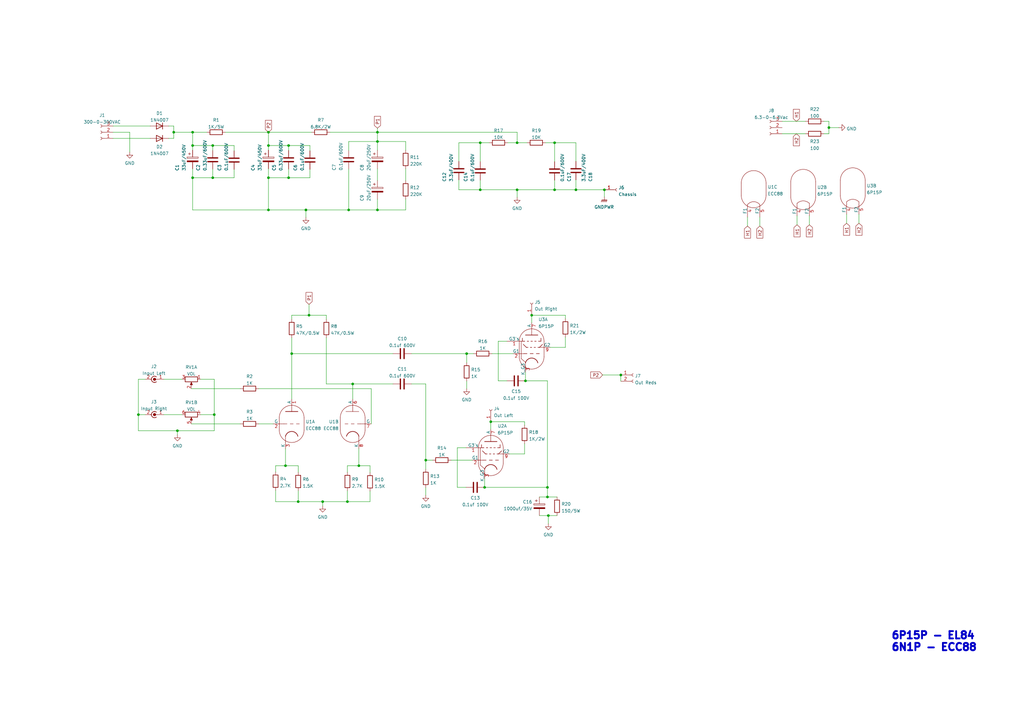
<source format=kicad_sch>
(kicad_sch (version 20211123) (generator eeschema)
  (paper "A3")
  (lib_symbols
    (symbol "6P15P_1" (pin_names (offset 0))
      (property "Reference" "U" (at 2.54 10.16 0))
      (property "Value" "6P15P_1" (at 7.62 -7.62 0))
      (symbol "6P15P_1_1_1"
        (pin input line (at -10.16 3.81 0) (length 6) (name "G3's") (number "1"))
        (pin input line (at -7.62 -1.27 0) (length 2.54) (name "G1") (number "2"))
        (pin bidirectional line (at -2.54 -8.89 90) (length 2.54) (name "K_G3") (number "3"))
        (pin output line (at 0 11.43 270) (length 2.54) (name "A") (number "7"))
        (pin input line (at 7.62 1.27 180) (length 2.54) (name "G2") (number "9"))
      )
      (symbol "6P15P_1_2_1"
        (pin power_in line (at -2.54 -10.16 90) (length 3.81) (name "F1") (number "4"))
        (pin power_in line (at 2.54 -10.16 90) (length 3.81) (name "F2") (number "5"))
      )
    )
    (symbol "6P15P_2" (pin_names (offset 0))
      (property "Reference" "U" (at 2.54 10.16 0))
      (property "Value" "6P15P_2" (at 7.62 -7.62 0))
      (symbol "6P15P_2_1_1"
        (pin input line (at -10.16 3.81 0) (length 6) (name "G3's") (number "1"))
        (pin input line (at -7.62 -1.27 0) (length 2.54) (name "G1") (number "2"))
        (pin bidirectional line (at -2.54 -8.89 90) (length 2.54) (name "K_G3") (number "3"))
        (pin output line (at 0 11.43 270) (length 2.54) (name "A") (number "7"))
        (pin input line (at 7.62 1.27 180) (length 2.54) (name "G2") (number "9"))
      )
      (symbol "6P15P_2_2_1"
        (pin power_in line (at -2.54 -10.16 90) (length 3.81) (name "F1") (number "4"))
        (pin power_in line (at 2.54 -10.16 90) (length 3.81) (name "F2") (number "5"))
      )
    )
    (symbol "6P15P_3" (pin_names (offset 0))
      (property "Reference" "U" (at 2.54 10.16 0))
      (property "Value" "6P15P_3" (at 7.62 -7.62 0))
      (symbol "6P15P_3_1_1"
        (pin input line (at -10.16 3.81 0) (length 6) (name "G3's") (number "1"))
        (pin input line (at -7.62 -1.27 0) (length 2.54) (name "G1") (number "2"))
        (pin bidirectional line (at -2.54 -8.89 90) (length 2.54) (name "K_G3") (number "3"))
        (pin output line (at 0 11.43 270) (length 2.54) (name "A") (number "7"))
        (pin input line (at 7.62 1.27 180) (length 2.54) (name "G2") (number "9"))
      )
      (symbol "6P15P_3_2_1"
        (pin power_in line (at -2.54 -10.16 90) (length 3.81) (name "F1") (number "4"))
        (pin power_in line (at 2.54 -10.16 90) (length 3.81) (name "F2") (number "5"))
      )
    )
    (symbol "Connector:Conn_01x01_Female" (pin_names (offset 1.016) hide)
      (property "Reference" "J" (at 0 2.54 0))
      (property "Value" "Conn_01x01_Female" (at 0 -2.54 0))
      (symbol "Conn_01x01_Female_1_1"
        (pin passive line (at -5.08 0 0) (length 3.81) (name "Pin_1") (number "1"))
      )
    )
    (symbol "Connector:Conn_01x02_Female" (pin_names (offset 1.016) hide)
      (property "Reference" "J" (at 0 2.54 0))
      (property "Value" "Conn_01x02_Female" (at 0 -5.08 0))
      (symbol "Conn_01x02_Female_1_1"
        (pin passive line (at -5.08 0 0) (length 3.81) (name "Pin_1") (number "1"))
        (pin passive line (at -5.08 -2.54 0) (length 3.81) (name "Pin_2") (number "2"))
      )
    )
    (symbol "Connector:Conn_01x03_Female" (pin_names (offset 1.016) hide)
      (property "Reference" "J" (at 0 5.08 0))
      (property "Value" "Conn_01x03_Female" (at 0 -5.08 0))
      (symbol "Conn_01x03_Female_1_1"
        (pin passive line (at -5.08 2.54 0) (length 3.81) (name "Pin_1") (number "1"))
        (pin passive line (at -5.08 0 0) (length 3.81) (name "Pin_2") (number "2"))
        (pin passive line (at -5.08 -2.54 0) (length 3.81) (name "Pin_3") (number "3"))
      )
    )
    (symbol "Connector:Conn_Coaxial_Power" (pin_names (offset 1.016) hide)
      (property "Reference" "J" (at -5.08 -1.27 90))
      (property "Value" "Conn_Coaxial_Power" (at -3.175 -1.27 90))
      (symbol "Conn_Coaxial_Power_1_1"
        (pin passive line (at 0 2.54 270) (length 2.54) (name "In") (number "1"))
        (pin passive line (at 0 -5.08 90) (length 2.54) (name "Ext") (number "2"))
      )
    )
    (symbol "Device:C" (pin_numbers hide) (pin_names (offset 0.254))
      (property "Reference" "C" (at 0.635 2.54 0))
      (property "Value" "C" (at 0.635 -2.54 0))
      (symbol "C_1_1"
        (pin passive line (at 0 3.81 270) (length 2.794) (name "~") (number "1"))
        (pin passive line (at 0 -3.81 90) (length 2.794) (name "~") (number "2"))
      )
    )
    (symbol "Device:C_Polarized" (pin_numbers hide) (pin_names (offset 0.254))
      (property "Reference" "C" (at 0.635 2.54 0))
      (property "Value" "C_Polarized" (at 0.635 -2.54 0))
      (symbol "C_Polarized_1_1"
        (pin passive line (at 0 3.81 270) (length 2.794) (name "~") (number "1"))
        (pin passive line (at 0 -3.81 90) (length 2.794) (name "~") (number "2"))
      )
    )
    (symbol "Device:R" (pin_numbers hide) (pin_names (offset 0))
      (property "Reference" "R" (at 2.032 0 90))
      (property "Value" "R" (at 0 0 90))
      (symbol "R_1_1"
        (pin passive line (at 0 3.81 270) (length 1.27) (name "~") (number "1"))
        (pin passive line (at 0 -3.81 90) (length 1.27) (name "~") (number "2"))
      )
    )
    (symbol "Device:R_Potentiometer_Dual_Separate" (pin_names (offset 1.016) hide)
      (property "Reference" "RV" (at -4.445 0 90))
      (property "Value" "R_Potentiometer_Dual_Separate" (at -2.54 0 90))
      (symbol "R_Potentiometer_Dual_Separate_1_1"
        (pin passive line (at 0 3.81 270) (length 1.27) (name "1") (number "1"))
        (pin passive line (at 3.81 0 180) (length 1.27) (name "2") (number "2"))
        (pin passive line (at 0 -3.81 90) (length 1.27) (name "3") (number "3"))
      )
      (symbol "R_Potentiometer_Dual_Separate_2_1"
        (pin passive line (at 0 3.81 270) (length 1.27) (name "4") (number "4"))
        (pin passive line (at 3.81 0 180) (length 1.27) (name "5") (number "5"))
        (pin passive line (at 0 -3.81 90) (length 1.27) (name "6") (number "6"))
      )
    )
    (symbol "Diode:1N4007" (pin_numbers hide) (pin_names (offset 1.016) hide)
      (property "Reference" "D" (at 0 2.54 0))
      (property "Value" "1N4007" (at 0 -2.54 0))
      (symbol "1N4007_1_1"
        (pin passive line (at -3.81 0 0) (length 2.54) (name "K") (number "1"))
        (pin passive line (at 3.81 0 180) (length 2.54) (name "A") (number "2"))
      )
    )
    (symbol "Tubes:6P15P" (pin_names (offset 0))
      (property "Reference" "U" (at 2.54 10.16 0))
      (property "Value" "6P15P" (at 7.62 -7.62 0))
      (symbol "6P15P_1_1"
        (pin input line (at -10.16 3.81 0) (length 6) (name "G3's") (number "1"))
        (pin input line (at -7.62 -1.27 0) (length 2.54) (name "G1") (number "2"))
        (pin bidirectional line (at -2.54 -8.89 90) (length 2.54) (name "K_G3") (number "3"))
        (pin output line (at 0 11.43 270) (length 2.54) (name "A") (number "7"))
        (pin input line (at 7.62 1.27 180) (length 2.54) (name "G2") (number "9"))
      )
      (symbol "6P15P_2_1"
        (pin power_in line (at -2.54 -10.16 90) (length 3.81) (name "F1") (number "4"))
        (pin power_in line (at 2.54 -10.16 90) (length 3.81) (name "F2") (number "5"))
      )
    )
    (symbol "Valve:ECC88" (pin_names (offset 0))
      (property "Reference" "U" (at 4.318 7.112 0))
      (property "Value" "ECC88" (at 5.08 -7.62 0))
      (symbol "ECC88_1_1"
        (pin output line (at 0 10.16 270) (length 2.54) (name "A") (number "1"))
        (pin input line (at -7.62 0 0) (length 2.54) (name "G") (number "2"))
        (pin bidirectional line (at -2.54 -10.16 90) (length 2.54) (name "K") (number "3"))
      )
      (symbol "ECC88_2_1"
        (pin output line (at 0 10.16 270) (length 2.54) (name "A") (number "6"))
        (pin input line (at -7.62 0 0) (length 2.54) (name "G") (number "7"))
        (pin bidirectional line (at -2.54 -10.16 90) (length 2.54) (name "K") (number "8"))
      )
      (symbol "ECC88_3_1"
        (pin power_in line (at -2.54 -11.43 90) (length 5.08) (name "F1") (number "4"))
        (pin power_in line (at 2.54 -11.43 90) (length 5.08) (name "F2") (number "5"))
      )
    )
    (symbol "power:GND" (power) (pin_names (offset 0))
      (property "Value" "GND" (at 0 -3.81 0))
      (symbol "GND_1_1"
        (pin power_in line (at 0 0 270) (length 0) hide (name "GND") (number "1"))
      )
    )
    (symbol "power:GNDPWR" (power) (pin_names (offset 0))
      (property "Value" "GNDPWR" (at 0 -3.302 0))
      (symbol "GNDPWR_1_1"
        (pin power_in line (at 0 0 270) (length 0) hide (name "GNDPWR") (number "1"))
      )
    )
  )
  (junction (at 154.813 58.039))
  (junction (at 154.813 54.229))
  (junction (at 198.755 199.898))
  (junction (at 78.994 59.69))
  (junction (at 110.109 72.898))
  (junction (at 339.979 52.324))
  (junction (at 212.09 77.851))
  (junction (at 118.364 59.69))
  (junction (at 87.249 72.898))
  (junction (at 143.002 86.106))
  (junction (at 254.635 153.797))
  (junction (at 118.364 72.898))
  (junction (at 201.295 172.974))
  (junction (at 144.653 157.48))
  (junction (at 78.994 72.898))
  (junction (at 247.904 77.851))
  (junction (at 154.813 86.106))
  (junction (at 224.917 211.455))
  (junction (at 110.109 59.69))
  (junction (at 174.625 188.722))
  (junction (at 132.334 205.74))
  (junction (at 196.977 77.851))
  (junction (at 224.536 203.835))
  (junction (at 110.109 54.229))
  (junction (at 212.09 58.547))
  (junction (at 196.977 58.547))
  (junction (at 87.884 170.053))
  (junction (at 215.519 156.21))
  (junction (at 87.249 59.69))
  (junction (at 119.634 145.034))
  (junction (at 78.994 54.229))
  (junction (at 227.457 77.851))
  (junction (at 147.193 191.008))
  (junction (at 125.476 86.106))
  (junction (at 224.536 199.898))
  (junction (at 126.746 129.286))
  (junction (at 117.094 191.008))
  (junction (at 142.494 205.74))
  (junction (at 218.059 129.286))
  (junction (at 122.301 205.74))
  (junction (at 56.769 170.053))
  (junction (at 72.771 176.657))
  (junction (at 236.22 77.851))
  (junction (at 191.389 145.034))
  (junction (at 227.457 58.547))
  (junction (at 71.247 54.229))
  (junction (at 110.109 86.106))
  (wire (pts (xy 127.127 59.69) (xy 118.364 59.69)))
  (wire (pts (xy 215.138 181.991) (xy 215.138 186.182)))
  (wire (pts (xy 331.978 88.519) (xy 331.978 92.202)))
  (wire (pts (xy 46.355 54.229) (xy 53.213 54.229)))
  (wire (pts (xy 96.012 69.469) (xy 96.012 72.898)))
  (wire (pts (xy 117.094 184.023) (xy 117.094 191.008)))
  (wire (pts (xy 72.771 176.657) (xy 87.884 176.657)))
  (wire (pts (xy 133.858 129.286) (xy 133.858 130.937)))
  (wire (pts (xy 339.979 52.324) (xy 339.979 54.864)))
  (wire (pts (xy 224.536 203.835) (xy 228.473 203.835)))
  (wire (pts (xy 96.012 61.849) (xy 96.012 59.69)))
  (wire (pts (xy 142.494 191.008) (xy 147.193 191.008)))
  (wire (pts (xy 71.247 56.769) (xy 69.215 56.769)))
  (wire (pts (xy 143.002 86.106) (xy 154.813 86.106)))
  (wire (pts (xy 196.977 58.547) (xy 200.66 58.547)))
  (wire (pts (xy 198.755 196.342) (xy 198.755 199.898)))
  (wire (pts (xy 106.172 159.385) (xy 152.273 159.385)))
  (wire (pts (xy 96.012 72.898) (xy 87.249 72.898)))
  (wire (pts (xy 56.769 170.053) (xy 56.769 176.657)))
  (wire (pts (xy 113.03 201.168) (xy 113.03 205.74)))
  (wire (pts (xy 224.536 199.898) (xy 198.755 199.898)))
  (wire (pts (xy 78.994 86.106) (xy 78.994 72.898)))
  (wire (pts (xy 215.138 174.371) (xy 215.138 172.974)))
  (wire (pts (xy 147.193 184.023) (xy 147.193 191.008)))
  (wire (pts (xy 133.858 157.48) (xy 144.653 157.48)))
  (wire (pts (xy 188.214 58.547) (xy 196.977 58.547)))
  (wire (pts (xy 119.634 130.937) (xy 119.634 129.286)))
  (wire (pts (xy 132.334 205.74) (xy 132.334 207.518)))
  (wire (pts (xy 236.22 58.547) (xy 236.22 66.167)))
  (wire (pts (xy 110.109 59.69) (xy 110.109 61.595)))
  (wire (pts (xy 168.783 157.48) (xy 174.625 157.48)))
  (wire (pts (xy 320.802 54.864) (xy 330.327 54.864)))
  (wire (pts (xy 71.247 54.229) (xy 71.247 56.769)))
  (wire (pts (xy 82.296 155.575) (xy 87.884 155.575)))
  (wire (pts (xy 191.389 145.034) (xy 191.389 148.717)))
  (wire (pts (xy 143.002 86.106) (xy 125.476 86.106)))
  (wire (pts (xy 306.578 89.027) (xy 306.578 92.71)))
  (wire (pts (xy 174.625 157.48) (xy 174.625 188.722)))
  (wire (pts (xy 127.127 61.849) (xy 127.127 59.69)))
  (wire (pts (xy 185.039 188.722) (xy 193.675 188.722)))
  (wire (pts (xy 59.563 155.575) (xy 56.769 155.575)))
  (wire (pts (xy 125.476 86.106) (xy 110.109 86.106)))
  (wire (pts (xy 224.536 156.21) (xy 224.536 199.898)))
  (wire (pts (xy 135.382 54.229) (xy 154.813 54.229)))
  (wire (pts (xy 96.012 59.69) (xy 87.249 59.69)))
  (wire (pts (xy 166.37 58.039) (xy 154.813 58.039)))
  (wire (pts (xy 231.902 129.286) (xy 218.059 129.286)))
  (wire (pts (xy 212.09 77.851) (xy 212.09 80.899)))
  (wire (pts (xy 119.634 145.034) (xy 161.163 145.034)))
  (wire (pts (xy 174.625 188.722) (xy 174.625 192.405)))
  (wire (pts (xy 208.915 186.182) (xy 215.138 186.182)))
  (wire (pts (xy 67.183 155.575) (xy 74.676 155.575)))
  (wire (pts (xy 119.634 129.286) (xy 126.746 129.286)))
  (wire (pts (xy 187.579 199.898) (xy 191.135 199.898)))
  (wire (pts (xy 191.135 183.642) (xy 187.579 183.642)))
  (wire (pts (xy 142.494 193.675) (xy 142.494 191.008)))
  (wire (pts (xy 166.37 61.595) (xy 166.37 58.039)))
  (wire (pts (xy 56.769 176.657) (xy 72.771 176.657)))
  (wire (pts (xy 154.813 81.661) (xy 154.813 86.106)))
  (wire (pts (xy 87.249 69.342) (xy 87.249 72.898)))
  (wire (pts (xy 143.002 58.039) (xy 143.002 61.722)))
  (wire (pts (xy 196.977 73.914) (xy 196.977 77.851)))
  (wire (pts (xy 247.142 153.797) (xy 254.635 153.797)))
  (wire (pts (xy 67.183 170.053) (xy 74.676 170.053)))
  (wire (pts (xy 221.234 211.455) (xy 224.917 211.455)))
  (wire (pts (xy 110.109 72.898) (xy 110.109 69.215)))
  (wire (pts (xy 133.858 138.557) (xy 133.858 157.48)))
  (wire (pts (xy 247.904 80.772) (xy 247.904 77.851)))
  (wire (pts (xy 227.457 73.914) (xy 227.457 77.851)))
  (wire (pts (xy 92.456 54.229) (xy 110.109 54.229)))
  (wire (pts (xy 113.03 191.008) (xy 117.094 191.008)))
  (wire (pts (xy 201.803 145.034) (xy 210.439 145.034)))
  (wire (pts (xy 320.802 49.784) (xy 330.327 49.784)))
  (wire (pts (xy 154.813 54.229) (xy 212.09 54.229)))
  (wire (pts (xy 118.364 72.898) (xy 110.109 72.898)))
  (wire (pts (xy 122.301 201.295) (xy 122.301 205.74)))
  (wire (pts (xy 215.519 156.21) (xy 224.536 156.21)))
  (wire (pts (xy 87.884 155.575) (xy 87.884 170.053)))
  (wire (pts (xy 142.494 205.74) (xy 151.765 205.74)))
  (wire (pts (xy 224.536 199.898) (xy 224.536 203.835)))
  (wire (pts (xy 113.03 205.74) (xy 122.301 205.74)))
  (wire (pts (xy 46.355 51.689) (xy 61.595 51.689)))
  (wire (pts (xy 215.138 172.974) (xy 201.295 172.974)))
  (wire (pts (xy 126.746 124.841) (xy 126.746 129.286)))
  (wire (pts (xy 87.249 59.69) (xy 87.249 61.722)))
  (wire (pts (xy 212.09 54.229) (xy 212.09 58.547)))
  (wire (pts (xy 110.109 54.229) (xy 127.762 54.229)))
  (wire (pts (xy 218.059 129.286) (xy 218.059 132.334)))
  (wire (pts (xy 119.634 138.557) (xy 119.634 145.034)))
  (wire (pts (xy 174.625 200.025) (xy 174.625 203.073)))
  (wire (pts (xy 118.364 59.69) (xy 110.109 59.69)))
  (wire (pts (xy 53.213 54.229) (xy 53.213 62.357)))
  (wire (pts (xy 188.214 73.787) (xy 188.214 77.851)))
  (wire (pts (xy 347.218 87.884) (xy 347.218 91.567)))
  (wire (pts (xy 127.127 69.469) (xy 127.127 72.898)))
  (wire (pts (xy 152.273 159.385) (xy 152.273 173.863)))
  (wire (pts (xy 154.813 86.106) (xy 166.37 86.106)))
  (wire (pts (xy 127.127 72.898) (xy 118.364 72.898)))
  (wire (pts (xy 191.389 156.337) (xy 191.389 159.385)))
  (wire (pts (xy 113.03 193.548) (xy 113.03 191.008)))
  (wire (pts (xy 224.917 214.757) (xy 224.917 211.455)))
  (wire (pts (xy 168.783 145.034) (xy 191.389 145.034)))
  (wire (pts (xy 227.457 58.547) (xy 227.457 66.294)))
  (wire (pts (xy 154.813 69.215) (xy 154.813 74.041)))
  (wire (pts (xy 144.653 163.703) (xy 144.653 157.48)))
  (wire (pts (xy 87.249 72.898) (xy 78.994 72.898)))
  (wire (pts (xy 106.172 173.863) (xy 112.014 173.863)))
  (wire (pts (xy 188.214 77.851) (xy 196.977 77.851)))
  (wire (pts (xy 224.917 211.455) (xy 228.473 211.455)))
  (wire (pts (xy 122.301 191.008) (xy 122.301 193.675)))
  (wire (pts (xy 194.183 145.034) (xy 191.389 145.034)))
  (wire (pts (xy 207.899 139.954) (xy 204.343 139.954)))
  (wire (pts (xy 87.884 170.053) (xy 87.884 176.657)))
  (wire (pts (xy 71.247 54.229) (xy 78.994 54.229)))
  (wire (pts (xy 144.653 157.48) (xy 161.163 157.48)))
  (wire (pts (xy 78.994 54.229) (xy 78.994 59.69)))
  (wire (pts (xy 154.813 58.039) (xy 154.813 61.595)))
  (wire (pts (xy 46.355 56.769) (xy 61.595 56.769)))
  (wire (pts (xy 208.28 58.547) (xy 212.09 58.547)))
  (wire (pts (xy 166.37 69.215) (xy 166.37 74.041)))
  (wire (pts (xy 82.296 170.053) (xy 87.884 170.053)))
  (wire (pts (xy 119.634 145.034) (xy 119.634 163.703)))
  (wire (pts (xy 221.234 203.835) (xy 224.536 203.835)))
  (wire (pts (xy 339.979 52.324) (xy 344.043 52.324)))
  (wire (pts (xy 143.002 69.342) (xy 143.002 86.106)))
  (wire (pts (xy 225.679 142.494) (xy 231.902 142.494)))
  (wire (pts (xy 187.579 183.642) (xy 187.579 199.898)))
  (wire (pts (xy 236.22 58.547) (xy 227.457 58.547)))
  (wire (pts (xy 69.215 51.689) (xy 71.247 51.689)))
  (wire (pts (xy 212.09 77.851) (xy 227.457 77.851)))
  (wire (pts (xy 118.364 69.342) (xy 118.364 72.898)))
  (wire (pts (xy 254.635 153.797) (xy 254.635 156.337)))
  (wire (pts (xy 339.979 49.784) (xy 339.979 52.324)))
  (wire (pts (xy 132.334 205.74) (xy 142.494 205.74)))
  (wire (pts (xy 201.295 172.974) (xy 201.295 176.022)))
  (wire (pts (xy 72.771 176.657) (xy 72.771 178.308)))
  (wire (pts (xy 71.247 51.689) (xy 71.247 54.229)))
  (wire (pts (xy 337.947 49.784) (xy 339.979 49.784)))
  (wire (pts (xy 227.457 77.851) (xy 236.22 77.851)))
  (wire (pts (xy 215.519 152.654) (xy 215.519 156.21)))
  (wire (pts (xy 231.902 138.303) (xy 231.902 142.494)))
  (wire (pts (xy 56.769 155.575) (xy 56.769 170.053)))
  (wire (pts (xy 231.902 130.683) (xy 231.902 129.286)))
  (wire (pts (xy 326.898 88.519) (xy 326.898 92.202)))
  (wire (pts (xy 247.904 77.851) (xy 236.22 77.851)))
  (wire (pts (xy 117.094 191.008) (xy 122.301 191.008)))
  (wire (pts (xy 110.109 86.106) (xy 78.994 86.106)))
  (wire (pts (xy 56.769 170.053) (xy 59.563 170.053)))
  (wire (pts (xy 78.486 173.863) (xy 98.552 173.863)))
  (wire (pts (xy 142.494 201.295) (xy 142.494 205.74)))
  (wire (pts (xy 166.37 86.106) (xy 166.37 81.661)))
  (wire (pts (xy 118.364 59.69) (xy 118.364 61.722)))
  (wire (pts (xy 151.765 205.74) (xy 151.765 201.422)))
  (wire (pts (xy 110.109 72.898) (xy 110.109 86.106)))
  (wire (pts (xy 177.419 188.722) (xy 174.625 188.722)))
  (wire (pts (xy 110.109 54.229) (xy 110.109 59.69)))
  (wire (pts (xy 125.476 86.106) (xy 125.476 89.154)))
  (wire (pts (xy 154.813 54.229) (xy 154.813 58.039)))
  (wire (pts (xy 196.977 77.851) (xy 212.09 77.851)))
  (wire (pts (xy 122.301 205.74) (xy 132.334 205.74)))
  (wire (pts (xy 188.214 58.547) (xy 188.214 66.167)))
  (wire (pts (xy 196.977 58.547) (xy 196.977 66.294)))
  (wire (pts (xy 204.343 139.954) (xy 204.343 156.21)))
  (wire (pts (xy 352.298 87.884) (xy 352.298 91.567)))
  (wire (pts (xy 337.947 54.864) (xy 339.979 54.864)))
  (wire (pts (xy 126.746 129.286) (xy 133.858 129.286)))
  (wire (pts (xy 236.22 77.851) (xy 236.22 73.787)))
  (wire (pts (xy 151.765 191.008) (xy 151.765 193.802)))
  (wire (pts (xy 78.486 159.385) (xy 98.552 159.385)))
  (wire (pts (xy 87.249 59.69) (xy 78.994 59.69)))
  (wire (pts (xy 227.457 58.547) (xy 223.774 58.547)))
  (wire (pts (xy 78.994 72.898) (xy 78.994 69.215)))
  (wire (pts (xy 154.813 52.578) (xy 154.813 54.229)))
  (wire (pts (xy 204.343 156.21) (xy 207.899 156.21)))
  (wire (pts (xy 78.994 59.69) (xy 78.994 61.595)))
  (wire (pts (xy 154.813 58.039) (xy 143.002 58.039)))
  (wire (pts (xy 147.193 191.008) (xy 151.765 191.008)))
  (wire (pts (xy 212.09 58.547) (xy 216.154 58.547)))
  (wire (pts (xy 78.994 54.229) (xy 84.836 54.229)))
  (wire (pts (xy 311.658 89.027) (xy 311.658 92.71)))
  (text "6P15P - EL84\n6N1P - ECC88" (at 365.379 267.335 0) (effects (font (size 3 3) (thickness 1) bold) (justify left bottom)))
  (global_label "P1" (shape input) (at 126.746 124.841 90) (property "Intersheet References" "${INTERSHEET_REFS}" (effects hide)))
  (global_label "H2" (shape input) (at 352.298 91.567 270) (property "Intersheet References" "${INTERSHEET_REFS}" (effects hide)))
  (global_label "P2" (shape input) (at 247.142 153.797 180) (property "Intersheet References" "${INTERSHEET_REFS}" (effects hide)))
  (global_label "H1" (shape input) (at 306.578 92.71 270) (property "Intersheet References" "${INTERSHEET_REFS}" (effects hide)))
  (global_label "H1" (shape input) (at 347.218 91.567 270) (property "Intersheet References" "${INTERSHEET_REFS}" (effects hide)))
  (global_label "P2" (shape input) (at 110.109 54.229 90) (property "Intersheet References" "${INTERSHEET_REFS}" (effects hide)))
  (global_label "P1" (shape input) (at 154.813 52.578 90) (property "Intersheet References" "${INTERSHEET_REFS}" (effects hide)))
  (global_label "H2" (shape input) (at 326.644 54.864 270) (property "Intersheet References" "${INTERSHEET_REFS}" (effects hide)))
  (global_label "H1" (shape input) (at 326.898 92.202 270) (property "Intersheet References" "${INTERSHEET_REFS}" (effects hide)))
  (global_label "H2" (shape input) (at 311.658 92.71 270) (property "Intersheet References" "${INTERSHEET_REFS}" (effects hide)))
  (global_label "H2" (shape input) (at 331.978 92.202 270) (property "Intersheet References" "${INTERSHEET_REFS}" (effects hide)))
  (global_label "H1" (shape input) (at 326.644 49.784 90) (property "Intersheet References" "${INTERSHEET_REFS}" (effects hide)))
  (symbol (lib_id "Device:R") (at 151.765 197.612 0) (unit 1)
    (property "Reference" "R10" (at 153.543 196.7035 0) (effects (justify left)))
    (property "Value" "1.5K" (at 153.543 199.4786 0) (effects (justify left)))
    (property "Footprint" "Resistor_THT:R_Axial_DIN0309_L9.0mm_D3.2mm_P12.70mm_Horizontal" (effects hide))
  )
  (symbol (lib_id "Device:C") (at 118.364 65.532 0) (unit 1)
    (property "Reference" "C5" (at 112.4139 70.104 90) (effects (justify left)))
    (property "Value" "0.33uF/600V" (at 115.189 70.104 90) (effects (justify left)))
    (property "Footprint" "Capacitor_THT:CP_Axial_L29.0mm_D20.0mm_P35.00mm_Horizontal" (effects hide))
  )
  (symbol (lib_id "power:GND") (at 72.771 178.308 0) (unit 1)
    (property "Reference" "#PWR0101" (effects hide))
    (property "Value" "GND" (at 72.771 182.8705 0))
  )
  (symbol (lib_id "Device:R") (at 142.494 197.485 0) (unit 1)
    (property "Reference" "R9" (at 144.272 196.5765 0) (effects (justify left)))
    (property "Value" "2.7K" (at 144.272 199.3516 0) (effects (justify left)))
    (property "Footprint" "Resistor_THT:R_Axial_DIN0309_L9.0mm_D3.2mm_P12.70mm_Horizontal" (effects hide))
  )
  (symbol (lib_name "6P15P_3") (lib_id "Tubes:6P15P") (at 218.059 143.764 0) (unit 1)
    (property "Reference" "U3" (at 220.8277 131.0345 0) (effects (justify left)))
    (property "Value" "6P15P" (at 220.8277 133.8096 0) (effects (justify left)))
    (property "Footprint" "Valve:Valve_Noval_P" (effects hide))
    (property "Datasheet" "http://www.r-type.org/pdfs/el84.pdf" (effects hide))
  )
  (symbol (lib_id "Device:C") (at 96.012 65.659 0) (unit 1)
    (property "Reference" "C3" (at 90.043 70.104 90) (effects (justify left)))
    (property "Value" "0.1uF/600V" (at 92.8181 70.104 90) (effects (justify left)))
    (property "Footprint" "Capacitor_THT:CP_Axial_L20.0mm_D10.0mm_P26.00mm_Horizontal" (effects hide))
  )
  (symbol (lib_id "Tubes:6P15P") (at 201.295 187.452 0) (unit 1)
    (property "Reference" "U2" (at 204.0637 174.7225 0) (effects (justify left)))
    (property "Value" "6P15P" (at 204.0637 177.4976 0) (effects (justify left)))
    (property "Footprint" "Valve:Valve_Noval_P" (effects hide))
    (property "Datasheet" "http://www.r-type.org/pdfs/el84.pdf" (effects hide))
  )
  (symbol (lib_id "Device:R") (at 197.993 145.034 90) (unit 1)
    (property "Reference" "R16" (at 197.993 140.0515 90))
    (property "Value" "1K" (at 197.993 142.8266 90))
    (property "Footprint" "Resistor_THT:R_Axial_DIN0309_L9.0mm_D3.2mm_P12.70mm_Horizontal" (effects hide))
  )
  (symbol (lib_id "Device:R") (at 88.646 54.229 90) (unit 1)
    (property "Reference" "R1" (at 88.646 49.2465 90))
    (property "Value" "1K/5W" (at 88.646 52.0216 90))
    (property "Footprint" "Resistor_THT:R_Axial_DIN0922_L20.0mm_D9.0mm_P30.48mm_Horizontal" (effects hide))
  )
  (symbol (lib_id "Device:C_Polarized") (at 78.994 65.405 0) (unit 1)
    (property "Reference" "C1" (at 72.6629 70.104 90) (effects (justify left)))
    (property "Value" "33uF/450V" (at 75.438 70.104 90) (effects (justify left)))
    (property "Footprint" "Capacitor_THT:CP_Axial_L42.0mm_D23.0mm_P45.00mm_Horizontal" (effects hide))
  )
  (symbol (lib_id "Device:R_Potentiometer_Dual_Separate") (at 78.486 170.053 270) (unit 2)
    (property "Reference" "RV1" (at 78.486 165.0705 90))
    (property "Value" "VOL" (at 78.486 167.8456 90))
    (property "Footprint" "Custom Library:Potentiometer_Alps_RK271_Dual_Horizontal" (effects hide))
  )
  (symbol (lib_id "Connector:Conn_Coaxial_Power") (at 64.643 170.053 270) (unit 1)
    (property "Reference" "J3" (at 63.119 164.8165 90))
    (property "Value" "Input Right" (at 63.119 167.5916 90))
    (property "Footprint" "Custom Library:RCA PANEL 2PIN FOOTPRINT" (effects hide))
  )
  (symbol (lib_id "Connector:Conn_Coaxial_Power") (at 64.643 155.575 270) (unit 1)
    (property "Reference" "J2" (at 63.119 150.3385 90))
    (property "Value" "Input Left" (at 63.119 153.1136 90))
    (property "Footprint" "Custom Library:RCA PANEL 2PIN FOOTPRINT" (effects hide))
  )
  (symbol (lib_id "Device:R") (at 122.301 197.485 0) (unit 1)
    (property "Reference" "R6" (at 124.079 196.5765 0) (effects (justify left)))
    (property "Value" "1.5K" (at 124.079 199.3516 0) (effects (justify left)))
    (property "Footprint" "Resistor_THT:R_Axial_DIN0309_L9.0mm_D3.2mm_P12.70mm_Horizontal" (effects hide))
  )
  (symbol (lib_id "Device:C") (at 127.127 65.659 0) (unit 1)
    (property "Reference" "C6" (at 121.158 70.104 90) (effects (justify left)))
    (property "Value" "0.1uF/600V" (at 123.9331 70.104 90) (effects (justify left)))
    (property "Footprint" "Capacitor_THT:CP_Axial_L20.0mm_D10.0mm_P26.00mm_Horizontal" (effects hide))
  )
  (symbol (lib_id "Device:C_Polarized") (at 221.234 207.645 0) (unit 1)
    (property "Reference" "C16" (at 218.313 205.8475 0) (effects (justify right)))
    (property "Value" "1000uf/35V" (at 218.313 208.6226 0) (effects (justify right)))
    (property "Footprint" "Capacitor_THT:CP_Axial_L67.0mm_D26.0mm_P75.00mm_Horizontal" (effects hide))
  )
  (symbol (lib_id "power:GND") (at 125.476 89.154 0) (unit 1)
    (property "Reference" "#PWR0104" (effects hide))
    (property "Value" "GND" (at 125.476 93.7165 0))
  )
  (symbol (lib_id "power:GND") (at 191.389 159.385 0) (unit 1)
    (property "Reference" "#PWR0106" (effects hide))
    (property "Value" "GND" (at 191.389 163.9475 0))
  )
  (symbol (lib_id "Connector:Conn_01x01_Female") (at 252.984 77.851 0) (unit 1)
    (property "Reference" "J6" (at 253.6952 76.9425 0) (effects (justify left)))
    (property "Value" "Chassis" (at 253.6952 79.7176 0) (effects (justify left)))
    (property "Footprint" "MountingHole:MountingHole_3.2mm_M3_DIN965_Pad" (effects hide))
  )
  (symbol (lib_id "power:GND") (at 224.917 214.757 0) (unit 1)
    (property "Reference" "#PWR0107" (effects hide))
    (property "Value" "GND" (at 224.917 219.3195 0))
  )
  (symbol (lib_id "power:GND") (at 212.09 80.899 0) (unit 1)
    (property "Reference" "#PWR0109" (effects hide))
    (property "Value" "GND" (at 212.09 85.4615 0))
  )
  (symbol (lib_id "Connector:Conn_01x01_Female") (at 201.295 167.894 90) (unit 1)
    (property "Reference" "J4" (at 202.5142 167.6205 90) (effects (justify right)))
    (property "Value" "Out Left" (at 202.5142 170.3956 90) (effects (justify right)))
    (property "Footprint" "Connector_Wire:SolderWire-0.5sqmm_1x01_D0.9mm_OD2.3mm" (effects hide))
  )
  (symbol (lib_id "Device:R") (at 102.362 173.863 90) (unit 1)
    (property "Reference" "R3" (at 102.362 168.8805 90))
    (property "Value" "1K" (at 102.362 171.6556 90))
    (property "Footprint" "Resistor_THT:R_Axial_DIN0309_L9.0mm_D3.2mm_P12.70mm_Horizontal" (effects hide))
  )
  (symbol (lib_id "Diode:1N4007") (at 65.405 56.769 180) (unit 1)
    (property "Reference" "D2" (at 65.405 60.1885 0))
    (property "Value" "1N4007" (at 65.405 62.9636 0))
    (property "Footprint" "Diode_THT:D_DO-41_SOD81_P10.16mm_Horizontal" (effects hide))
    (property "Datasheet" "http://www.vishay.com/docs/88503/1n4001.pdf" (effects hide))
  )
  (symbol (lib_id "Device:R") (at 133.858 134.747 180) (unit 1)
    (property "Reference" "R8" (at 135.636 133.8385 0) (effects (justify right)))
    (property "Value" "47K/0.5W" (at 135.636 136.6136 0) (effects (justify right)))
    (property "Footprint" "Resistor_THT:R_Axial_DIN0309_L9.0mm_D3.2mm_P12.70mm_Horizontal" (effects hide))
  )
  (symbol (lib_id "Device:R") (at 334.137 54.864 270) (unit 1)
    (property "Reference" "R23" (at 334.137 58.0295 90))
    (property "Value" "100" (at 334.137 60.8046 90))
    (property "Footprint" "Resistor_THT:R_Axial_DIN0309_L9.0mm_D3.2mm_P12.70mm_Horizontal" (effects hide))
  )
  (symbol (lib_id "Device:R") (at 219.964 58.547 90) (mirror x) (unit 1)
    (property "Reference" "R19" (at 219.964 53.5645 90))
    (property "Value" "10K" (at 219.964 56.3396 90))
    (property "Footprint" "Resistor_THT:R_Axial_DIN0309_L9.0mm_D3.2mm_P12.70mm_Horizontal" (effects hide))
  )
  (symbol (lib_id "Device:C") (at 164.973 145.034 90) (unit 1)
    (property "Reference" "C10" (at 164.973 138.9085 90))
    (property "Value" "0.1uf 600V" (at 164.973 141.6836 90))
    (property "Footprint" "Capacitor_THT:CP_Axial_L20.0mm_D10.0mm_P26.00mm_Horizontal" (effects hide))
  )
  (symbol (lib_id "Device:R") (at 166.37 65.405 180) (unit 1)
    (property "Reference" "R11" (at 168.148 64.4965 0) (effects (justify right)))
    (property "Value" "220K" (at 168.148 67.2716 0) (effects (justify right)))
    (property "Footprint" "Resistor_THT:R_Axial_DIN0309_L9.0mm_D3.2mm_P12.70mm_Horizontal" (effects hide))
  )
  (symbol (lib_id "Device:R") (at 131.572 54.229 90) (unit 1)
    (property "Reference" "R7" (at 131.572 49.2465 90))
    (property "Value" "6.8K/2W" (at 131.572 52.0216 90))
    (property "Footprint" "Resistor_THT:R_Axial_DIN0922_L20.0mm_D9.0mm_P30.48mm_Horizontal" (effects hide))
  )
  (symbol (lib_id "Device:R") (at 334.137 49.784 270) (unit 1)
    (property "Reference" "R22" (at 334.137 44.8015 90))
    (property "Value" "100" (at 334.137 47.5766 90))
    (property "Footprint" "Resistor_THT:R_Axial_DIN0309_L9.0mm_D3.2mm_P12.70mm_Horizontal" (effects hide))
  )
  (symbol (lib_id "Device:C") (at 227.457 70.104 0) (mirror y) (unit 1)
    (property "Reference" "C17" (at 233.426 74.549 90) (effects (justify left)))
    (property "Value" "0.1uF/600V" (at 230.6509 74.549 90) (effects (justify left)))
    (property "Footprint" "Capacitor_THT:CP_Axial_L20.0mm_D10.0mm_P26.00mm_Horizontal" (effects hide))
  )
  (symbol (lib_id "Connector:Conn_01x03_Female") (at 41.275 54.229 180) (unit 1)
    (property "Reference" "J1" (at 41.91 47.2653 0))
    (property "Value" "300-0-300VAC" (at 41.91 50.0404 0))
    (property "Footprint" "Connector_Wire:SolderWire-0.5sqmm_1x03_P4.8mm_D0.9mm_OD2.3mm" (effects hide))
  )
  (symbol (lib_id "power:GND") (at 344.043 52.324 90) (unit 1)
    (property "Reference" "#PWR0110" (effects hide))
    (property "Value" "GND" (at 347.218 52.803 90) (effects (justify right)))
  )
  (symbol (lib_id "Connector:Conn_01x03_Female") (at 315.722 52.324 180) (unit 1)
    (property "Reference" "J8" (at 316.357 45.3603 0))
    (property "Value" "6.3-0-6.3Vac" (at 316.357 48.1354 0))
    (property "Footprint" "Connector_Wire:SolderWire-0.5sqmm_1x03_P4.8mm_D0.9mm_OD2.3mm" (effects hide))
  )
  (symbol (lib_id "power:GND") (at 174.625 203.073 0) (unit 1)
    (property "Reference" "#PWR0103" (effects hide))
    (property "Value" "GND" (at 174.625 207.6355 0))
  )
  (symbol (lib_id "Device:C") (at 194.945 199.898 90) (unit 1)
    (property "Reference" "C13" (at 194.945 204.2065 90))
    (property "Value" "0.1uf 100V" (at 194.945 206.9816 90))
    (property "Footprint" "Capacitor_THT:CP_Axial_L20.0mm_D10.0mm_P26.00mm_Horizontal" (effects hide))
  )
  (symbol (lib_id "Device:C") (at 236.22 69.977 0) (mirror y) (unit 1)
    (property "Reference" "C18" (at 242.1701 74.549 90) (effects (justify left)))
    (property "Value" "3.3uF/400V" (at 239.395 74.549 90) (effects (justify left)))
    (property "Footprint" "Capacitor_THT:CP_Axial_L29.0mm_D20.0mm_P35.00mm_Horizontal" (effects hide))
  )
  (symbol (lib_id "Device:C") (at 196.977 70.104 0) (unit 1)
    (property "Reference" "C14" (at 191.008 74.549 90) (effects (justify left)))
    (property "Value" "0.1uF/600V" (at 193.7831 74.549 90) (effects (justify left)))
    (property "Footprint" "Capacitor_THT:CP_Axial_L20.0mm_D10.0mm_P26.00mm_Horizontal" (effects hide))
  )
  (symbol (lib_id "Device:R") (at 174.625 196.215 180) (unit 1)
    (property "Reference" "R13" (at 176.403 195.3065 0) (effects (justify right)))
    (property "Value" "1K" (at 176.403 198.0816 0) (effects (justify right)))
    (property "Footprint" "Resistor_THT:R_Axial_DIN0309_L9.0mm_D3.2mm_P12.70mm_Horizontal" (effects hide))
  )
  (symbol (lib_id "Device:C") (at 211.709 156.21 90) (unit 1)
    (property "Reference" "C15" (at 211.709 160.5185 90))
    (property "Value" "0.1uf 100V" (at 211.709 163.2936 90))
    (property "Footprint" "Capacitor_THT:CP_Axial_L20.0mm_D10.0mm_P26.00mm_Horizontal" (effects hide))
  )
  (symbol (lib_id "Device:C_Polarized") (at 154.813 65.405 0) (unit 1)
    (property "Reference" "C8" (at 148.4819 70.104 90) (effects (justify left)))
    (property "Value" "20uF/250V" (at 151.257 70.104 90) (effects (justify left)))
    (property "Footprint" "Capacitor_THT:CP_Axial_L40.0mm_D16.0mm_P48.00mm_Horizontal" (effects hide))
  )
  (symbol (lib_id "power:GND") (at 53.213 62.357 0) (unit 1)
    (property "Reference" "#PWR0105" (effects hide))
    (property "Value" "GND" (at 53.213 66.9195 0))
  )
  (symbol (lib_id "power:GND") (at 132.334 207.518 0) (unit 1)
    (property "Reference" "#PWR0102" (effects hide))
    (property "Value" "GND" (at 132.334 212.0805 0))
  )
  (symbol (lib_id "Valve:ECC88") (at 309.118 77.597 0) (unit 3)
    (property "Reference" "U1" (at 314.833 76.6885 0) (effects (justify left)))
    (property "Value" "ECC88" (at 314.833 79.4636 0) (effects (justify left)))
    (property "Footprint" "Valve:Valve_Noval_P" (effects hide))
    (property "Datasheet" "http://www.r-type.org/pdfs/ecc88.pdf" (effects hide))
  )
  (symbol (lib_id "Device:R") (at 102.362 159.385 90) (unit 1)
    (property "Reference" "R2" (at 102.362 154.4025 90))
    (property "Value" "1K" (at 102.362 157.1776 90))
    (property "Footprint" "Resistor_THT:R_Axial_DIN0309_L9.0mm_D3.2mm_P12.70mm_Horizontal" (effects hide))
  )
  (symbol (lib_id "Device:R") (at 204.47 58.547 270) (unit 1)
    (property "Reference" "R17" (at 204.47 53.5645 90))
    (property "Value" "10K" (at 204.47 56.3396 90))
    (property "Footprint" "Resistor_THT:R_Axial_DIN0309_L9.0mm_D3.2mm_P12.70mm_Horizontal" (effects hide))
  )
  (symbol (lib_id "Device:R_Potentiometer_Dual_Separate") (at 78.486 155.575 270) (unit 1)
    (property "Reference" "RV1" (at 78.486 150.5925 90))
    (property "Value" "VOL" (at 78.486 153.3676 90))
    (property "Footprint" "Custom Library:Potentiometer_Alps_RK271_Dual_Horizontal" (effects hide))
  )
  (symbol (lib_id "Device:C_Polarized") (at 110.109 65.405 0) (unit 1)
    (property "Reference" "C4" (at 103.7779 70.104 90) (effects (justify left)))
    (property "Value" "33uF/450V" (at 106.553 70.104 90) (effects (justify left)))
    (property "Footprint" "Capacitor_THT:CP_Axial_L42.0mm_D23.0mm_P45.00mm_Horizontal" (effects hide))
  )
  (symbol (lib_id "Device:C_Polarized") (at 154.813 77.851 0) (unit 1)
    (property "Reference" "C9" (at 148.4819 82.55 90) (effects (justify left)))
    (property "Value" "20uF/250V" (at 151.257 82.55 90) (effects (justify left)))
    (property "Footprint" "Capacitor_THT:CP_Axial_L40.0mm_D16.0mm_P48.00mm_Horizontal" (effects hide))
  )
  (symbol (lib_id "Diode:1N4007") (at 65.405 51.689 180) (unit 1)
    (property "Reference" "D1" (at 65.405 46.4525 0))
    (property "Value" "1N4007" (at 65.405 49.2276 0))
    (property "Footprint" "Diode_THT:D_DO-41_SOD81_P10.16mm_Horizontal" (effects hide))
    (property "Datasheet" "http://www.vishay.com/docs/88503/1n4001.pdf" (effects hide))
  )
  (symbol (lib_id "power:GNDPWR") (at 247.904 80.772 0) (unit 1)
    (property "Reference" "#PWR0108" (effects hide))
    (property "Value" "GNDPWR" (at 247.777 84.9281 0))
  )
  (symbol (lib_id "Device:R") (at 191.389 152.527 180) (unit 1)
    (property "Reference" "R15" (at 193.167 151.6185 0) (effects (justify right)))
    (property "Value" "1K" (at 193.167 154.3936 0) (effects (justify right)))
    (property "Footprint" "Resistor_THT:R_Axial_DIN0309_L9.0mm_D3.2mm_P12.70mm_Horizontal" (effects hide))
  )
  (symbol (lib_id "Device:R") (at 215.138 178.181 180) (unit 1)
    (property "Reference" "R18" (at 216.916 177.2725 0) (effects (justify right)))
    (property "Value" "1K/2W" (at 216.916 180.0476 0) (effects (justify right)))
    (property "Footprint" "Resistor_THT:R_Axial_DIN0922_L20.0mm_D9.0mm_P30.48mm_Horizontal" (effects hide))
  )
  (symbol (lib_name "6P15P_2") (lib_id "Tubes:6P15P") (at 349.758 77.724 0) (unit 2)
    (property "Reference" "U3" (at 355.473 76.1805 0) (effects (justify left)))
    (property "Value" "6P15P" (at 355.473 78.9556 0) (effects (justify left)))
    (property "Footprint" "Valve:Valve_Noval_P" (effects hide))
    (property "Datasheet" "http://www.r-type.org/pdfs/el84.pdf" (effects hide))
  )
  (symbol (lib_id "Device:R") (at 181.229 188.722 90) (unit 1)
    (property "Reference" "R14" (at 181.229 183.7395 90))
    (property "Value" "1K" (at 181.229 186.5146 90))
    (property "Footprint" "Resistor_THT:R_Axial_DIN0309_L9.0mm_D3.2mm_P12.70mm_Horizontal" (effects hide))
  )
  (symbol (lib_id "Connector:Conn_01x01_Female") (at 218.059 124.206 90) (unit 1)
    (property "Reference" "J5" (at 219.2782 123.9325 90) (effects (justify right)))
    (property "Value" "Out Right" (at 219.2782 126.7076 90) (effects (justify right)))
    (property "Footprint" "Connector_Wire:SolderWire-0.5sqmm_1x01_D0.9mm_OD2.3mm" (effects hide))
  )
  (symbol (lib_id "Device:R") (at 228.473 207.645 180) (unit 1)
    (property "Reference" "R20" (at 230.251 206.7365 0) (effects (justify right)))
    (property "Value" "150/5W" (at 230.251 209.5116 0) (effects (justify right)))
    (property "Footprint" "Resistor_THT:R_Axial_DIN0922_L20.0mm_D9.0mm_P30.48mm_Horizontal" (effects hide))
  )
  (symbol (lib_id "Valve:ECC88") (at 119.634 173.863 0) (unit 1)
    (property "Reference" "U1" (at 125.349 172.9545 0) (effects (justify left)))
    (property "Value" "ECC88" (at 125.349 175.7296 0) (effects (justify left)))
    (property "Footprint" "Valve:Valve_Noval_P" (effects hide))
    (property "Datasheet" "http://www.r-type.org/pdfs/ecc88.pdf" (effects hide))
  )
  (symbol (lib_name "6P15P_1") (lib_id "Tubes:6P15P") (at 329.438 78.359 0) (unit 2)
    (property "Reference" "U2" (at 335.153 76.8155 0) (effects (justify left)))
    (property "Value" "6P15P" (at 335.153 79.5906 0) (effects (justify left)))
    (property "Footprint" "Valve:Valve_Noval_P" (effects hide))
    (property "Datasheet" "http://www.r-type.org/pdfs/el84.pdf" (effects hide))
  )
  (symbol (lib_id "Valve:ECC88") (at 144.653 173.863 0) (mirror y) (unit 2)
    (property "Reference" "U1" (at 138.9381 172.9545 0) (effects (justify left)))
    (property "Value" "ECC88" (at 138.9381 175.7296 0) (effects (justify left)))
    (property "Footprint" "Valve:Valve_Noval_P" (effects hide))
    (property "Datasheet" "http://www.r-type.org/pdfs/ecc88.pdf" (effects hide))
  )
  (symbol (lib_id "Device:C") (at 188.214 69.977 0) (unit 1)
    (property "Reference" "C12" (at 182.2639 74.549 90) (effects (justify left)))
    (property "Value" "3.3uF/400V" (at 185.039 74.549 90) (effects (justify left)))
    (property "Footprint" "Capacitor_THT:CP_Axial_L29.0mm_D20.0mm_P35.00mm_Horizontal" (effects hide))
  )
  (symbol (lib_id "Device:R") (at 113.03 197.358 0) (unit 1)
    (property "Reference" "R4" (at 114.808 196.4495 0) (effects (justify left)))
    (property "Value" "2.7K" (at 114.808 199.2246 0) (effects (justify left)))
    (property "Footprint" "Resistor_THT:R_Axial_DIN0309_L9.0mm_D3.2mm_P12.70mm_Horizontal" (effects hide))
  )
  (symbol (lib_id "Device:R") (at 166.37 77.851 180) (unit 1)
    (property "Reference" "R12" (at 168.148 76.9425 0) (effects (justify right)))
    (property "Value" "220K" (at 168.148 79.7176 0) (effects (justify right)))
    (property "Footprint" "Resistor_THT:R_Axial_DIN0309_L9.0mm_D3.2mm_P12.70mm_Horizontal" (effects hide))
  )
  (symbol (lib_id "Device:R") (at 231.902 134.493 180) (unit 1)
    (property "Reference" "R21" (at 233.68 133.5845 0) (effects (justify right)))
    (property "Value" "1K/2W" (at 233.68 136.3596 0) (effects (justify right)))
    (property "Footprint" "Resistor_THT:R_Axial_DIN0922_L20.0mm_D9.0mm_P30.48mm_Horizontal" (effects hide))
  )
  (symbol (lib_id "Device:C") (at 87.249 65.532 0) (unit 1)
    (property "Reference" "C2" (at 81.2989 70.104 90) (effects (justify left)))
    (property "Value" "0.33uF/600V" (at 84.074 70.104 90) (effects (justify left)))
    (property "Footprint" "Capacitor_THT:CP_Axial_L29.0mm_D20.0mm_P35.00mm_Horizontal" (effects hide))
  )
  (symbol (lib_id "Device:C") (at 143.002 65.532 0) (unit 1)
    (property "Reference" "C7" (at 137.033 69.977 90) (effects (justify left)))
    (property "Value" "0.1uF/600V" (at 139.8081 69.977 90) (effects (justify left)))
    (property "Footprint" "Capacitor_THT:CP_Axial_L20.0mm_D10.0mm_P26.00mm_Horizontal" (effects hide))
  )
  (symbol (lib_id "Connector:Conn_01x02_Female") (at 259.715 153.797 0) (unit 1)
    (property "Reference" "J7" (at 260.4262 154.1585 0) (effects (justify left)))
    (property "Value" "Out Reds" (at 260.4262 156.9336 0) (effects (justify left)))
    (property "Footprint" "Connector_Wire:SolderWire-0.5sqmm_1x02_P4.8mm_D0.9mm_OD2.3mm" (effects hide))
  )
  (symbol (lib_id "Device:R") (at 119.634 134.747 180) (unit 1)
    (property "Reference" "R5" (at 121.412 133.8385 0) (effects (justify right)))
    (property "Value" "47K/0.5W" (at 121.412 136.6136 0) (effects (justify right)))
    (property "Footprint" "Resistor_THT:R_Axial_DIN0309_L9.0mm_D3.2mm_P12.70mm_Horizontal" (effects hide))
  )
  (symbol (lib_id "Device:C") (at 164.973 157.48 90) (unit 1)
    (property "Reference" "C11" (at 164.973 151.3545 90))
    (property "Value" "0.1uf 600V" (at 164.973 154.1296 90))
    (property "Footprint" "Capacitor_THT:CP_Axial_L20.0mm_D10.0mm_P26.00mm_Horizontal" (effects hide))
  )
)
</source>
